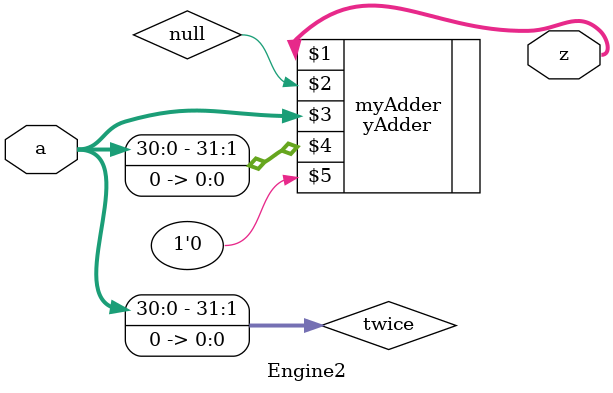
<source format=v>
module Engine2(z, a);
output [31:0] z;
input [31:0] a;

wire signed[31:0]twice;
assign twice = a<<1;
//yAlu myAlu(twice, null, a,a , 3'b010);
yAdder myAdder(z,null,a,twice, 1'b0);
endmodule

</source>
